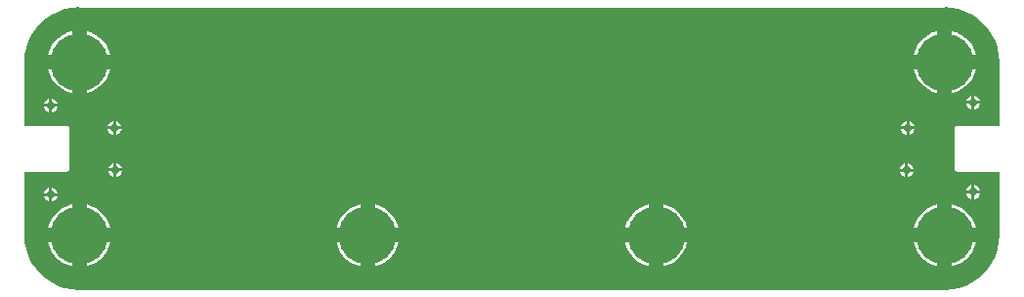
<source format=gbl>
G04*
G04 #@! TF.GenerationSoftware,Altium Limited,Altium Designer,21.4.1 (30)*
G04*
G04 Layer_Physical_Order=2*
G04 Layer_Color=16711680*
%FSLAX25Y25*%
%MOIN*%
G70*
G04*
G04 #@! TF.SameCoordinates,3188A3CB-C3BA-4C27-A4B5-D095F5D5FE6E*
G04*
G04*
G04 #@! TF.FilePolarity,Positive*
G04*
G01*
G75*
%ADD18C,0.19685*%
%ADD19C,0.02756*%
%ADD20C,0.02795*%
G36*
X317400Y97267D02*
X319797Y96790D01*
X322112Y96005D01*
X324304Y94924D01*
X326337Y93565D01*
X328174Y91954D01*
X329786Y90116D01*
X331144Y88084D01*
X332225Y85891D01*
X333011Y83577D01*
X333488Y81179D01*
X333645Y78776D01*
X333638Y78740D01*
Y57067D01*
X319272D01*
X318888Y56990D01*
X318562Y56773D01*
X318344Y56447D01*
X318268Y56063D01*
Y42362D01*
X318344Y41978D01*
X318562Y41653D01*
X318888Y41435D01*
X319272Y41359D01*
X333638D01*
Y19685D01*
X333645Y19650D01*
X333488Y17246D01*
X333011Y14849D01*
X332225Y12534D01*
X331144Y10342D01*
X329786Y8309D01*
X328174Y6471D01*
X326337Y4860D01*
X324304Y3502D01*
X322112Y2421D01*
X319797Y1635D01*
X317400Y1158D01*
X314996Y1001D01*
X314961Y1008D01*
X20184Y1008D01*
X19685Y1008D01*
X19195Y1030D01*
X17246Y1158D01*
X14849Y1635D01*
X12534Y2421D01*
X10342Y3502D01*
X8309Y4860D01*
X6471Y6471D01*
X4860Y8309D01*
X3502Y10342D01*
X2421Y12534D01*
X1635Y14849D01*
X1158Y17246D01*
X1001Y19650D01*
X1008Y19685D01*
Y41359D01*
X15374D01*
X15758Y41435D01*
X16084Y41653D01*
X16301Y41978D01*
X16377Y42362D01*
Y56063D01*
X16301Y56447D01*
X16084Y56773D01*
X15758Y56990D01*
X15374Y57067D01*
X1008D01*
Y78740D01*
X1001Y78776D01*
X1158Y81179D01*
X1635Y83577D01*
X2421Y85891D01*
X3502Y88084D01*
X4860Y90116D01*
X6471Y91954D01*
X8309Y93565D01*
X10342Y94924D01*
X12534Y96005D01*
X14849Y96790D01*
X17246Y97267D01*
X19649Y97425D01*
X19685Y97418D01*
X314961D01*
X314996Y97425D01*
X317400Y97267D01*
D02*
G37*
%LPC*%
G36*
X317461Y89322D02*
Y81240D01*
X325542D01*
X325536Y81279D01*
X325009Y82902D01*
X324234Y84423D01*
X323231Y85804D01*
X322024Y87010D01*
X320643Y88013D01*
X319123Y88788D01*
X317500Y89316D01*
X317461Y89322D01*
D02*
G37*
G36*
X312461D02*
X312422Y89316D01*
X310799Y88788D01*
X309278Y88013D01*
X307897Y87010D01*
X306690Y85804D01*
X305687Y84423D01*
X304912Y82902D01*
X304385Y81279D01*
X304379Y81240D01*
X312461D01*
Y89322D01*
D02*
G37*
G36*
X22185D02*
Y81240D01*
X30267D01*
X30261Y81279D01*
X29733Y82902D01*
X28958Y84423D01*
X27955Y85804D01*
X26748Y87010D01*
X25368Y88013D01*
X23847Y88788D01*
X22224Y89316D01*
X22185Y89322D01*
D02*
G37*
G36*
X17185D02*
X17146Y89316D01*
X15523Y88788D01*
X14002Y88013D01*
X12622Y87010D01*
X11415Y85804D01*
X10412Y84423D01*
X9637Y82902D01*
X9110Y81279D01*
X9103Y81240D01*
X17185D01*
Y89322D01*
D02*
G37*
G36*
X325542Y76240D02*
X317461D01*
Y68159D01*
X317500Y68165D01*
X319123Y68692D01*
X320643Y69467D01*
X322024Y70470D01*
X323231Y71677D01*
X324234Y73057D01*
X325009Y74578D01*
X325536Y76201D01*
X325542Y76240D01*
D02*
G37*
G36*
X312461D02*
X304379D01*
X304385Y76201D01*
X304912Y74578D01*
X305687Y73057D01*
X306690Y71677D01*
X307897Y70470D01*
X309278Y69467D01*
X310799Y68692D01*
X312422Y68165D01*
X312461Y68159D01*
Y76240D01*
D02*
G37*
G36*
X30267D02*
X22185D01*
Y68159D01*
X22224Y68165D01*
X23847Y68692D01*
X25368Y69467D01*
X26748Y70470D01*
X27955Y71677D01*
X28958Y73057D01*
X29733Y74578D01*
X30261Y76201D01*
X30267Y76240D01*
D02*
G37*
G36*
X17185D02*
X9103D01*
X9110Y76201D01*
X9637Y74578D01*
X10412Y73057D01*
X11415Y71677D01*
X12622Y70470D01*
X14002Y69467D01*
X15523Y68692D01*
X17146Y68165D01*
X17185Y68159D01*
Y76240D01*
D02*
G37*
G36*
X325146Y67292D02*
Y65425D01*
X327012D01*
X326662Y66272D01*
X325993Y66941D01*
X325146Y67292D01*
D02*
G37*
G36*
X324146D02*
X323299Y66941D01*
X322630Y66272D01*
X322279Y65425D01*
X324146D01*
Y67292D01*
D02*
G37*
G36*
X10500Y66367D02*
Y64500D01*
X12367D01*
X12016Y65347D01*
X11347Y66016D01*
X10500Y66367D01*
D02*
G37*
G36*
X9500D02*
X8653Y66016D01*
X7984Y65347D01*
X7633Y64500D01*
X9500D01*
Y66367D01*
D02*
G37*
G36*
X327012Y64425D02*
X325146D01*
Y62558D01*
X325993Y62909D01*
X326662Y63578D01*
X327012Y64425D01*
D02*
G37*
G36*
X324146D02*
X322279D01*
X322630Y63578D01*
X323299Y62909D01*
X324146Y62558D01*
Y64425D01*
D02*
G37*
G36*
X12367Y63500D02*
X10500D01*
Y61633D01*
X11347Y61984D01*
X12016Y62653D01*
X12367Y63500D01*
D02*
G37*
G36*
X9500D02*
X7633D01*
X7984Y62653D01*
X8653Y61984D01*
X9500Y61633D01*
Y63500D01*
D02*
G37*
G36*
X32299Y58687D02*
Y56799D01*
X34187D01*
X33832Y57657D01*
X33157Y58332D01*
X32299Y58687D01*
D02*
G37*
G36*
X31299D02*
X30441Y58332D01*
X29767Y57657D01*
X29411Y56799D01*
X31299D01*
Y58687D01*
D02*
G37*
G36*
X302868Y58654D02*
Y56788D01*
X304735D01*
X304384Y57635D01*
X303715Y58303D01*
X302868Y58654D01*
D02*
G37*
G36*
X301868D02*
X301021Y58303D01*
X300353Y57635D01*
X300002Y56788D01*
X301868D01*
Y58654D01*
D02*
G37*
G36*
X304735Y55788D02*
X302868D01*
Y53921D01*
X303715Y54272D01*
X304384Y54941D01*
X304735Y55788D01*
D02*
G37*
G36*
X301868D02*
X300002D01*
X300353Y54941D01*
X301021Y54272D01*
X301868Y53921D01*
Y55788D01*
D02*
G37*
G36*
X34187Y55799D02*
X32299D01*
Y53911D01*
X33157Y54267D01*
X33832Y54941D01*
X34187Y55799D01*
D02*
G37*
G36*
X31299D02*
X29411D01*
X29767Y54941D01*
X30441Y54267D01*
X31299Y53911D01*
Y55799D01*
D02*
G37*
G36*
X32500Y44367D02*
Y42500D01*
X34367D01*
X34016Y43347D01*
X33347Y44016D01*
X32500Y44367D01*
D02*
G37*
G36*
X31500D02*
X30653Y44016D01*
X29984Y43347D01*
X29633Y42500D01*
X31500D01*
Y44367D01*
D02*
G37*
G36*
X302410Y44199D02*
Y42332D01*
X304276D01*
X303925Y43179D01*
X303257Y43848D01*
X302410Y44199D01*
D02*
G37*
G36*
X301410D02*
X300563Y43848D01*
X299894Y43179D01*
X299543Y42332D01*
X301410D01*
Y44199D01*
D02*
G37*
G36*
X34367Y41500D02*
X32500D01*
Y39633D01*
X33347Y39984D01*
X34016Y40653D01*
X34367Y41500D01*
D02*
G37*
G36*
X31500D02*
X29633D01*
X29984Y40653D01*
X30653Y39984D01*
X31500Y39633D01*
Y41500D01*
D02*
G37*
G36*
X304276Y41332D02*
X302410D01*
Y39465D01*
X303257Y39816D01*
X303925Y40485D01*
X304276Y41332D01*
D02*
G37*
G36*
X301410D02*
X299543D01*
X299894Y40485D01*
X300563Y39816D01*
X301410Y39465D01*
Y41332D01*
D02*
G37*
G36*
X325146Y36792D02*
Y34925D01*
X327012D01*
X326662Y35772D01*
X325993Y36441D01*
X325146Y36792D01*
D02*
G37*
G36*
X324146D02*
X323299Y36441D01*
X322630Y35772D01*
X322279Y34925D01*
X324146D01*
Y36792D01*
D02*
G37*
G36*
X10500Y35867D02*
Y34000D01*
X12367D01*
X12016Y34847D01*
X11347Y35516D01*
X10500Y35867D01*
D02*
G37*
G36*
X9500D02*
X8653Y35516D01*
X7984Y34847D01*
X7633Y34000D01*
X9500D01*
Y35867D01*
D02*
G37*
G36*
X327012Y33925D02*
X325146D01*
Y32058D01*
X325993Y32409D01*
X326662Y33078D01*
X327012Y33925D01*
D02*
G37*
G36*
X324146D02*
X322279D01*
X322630Y33078D01*
X323299Y32409D01*
X324146Y32058D01*
Y33925D01*
D02*
G37*
G36*
X12367Y33000D02*
X10500D01*
Y31133D01*
X11347Y31484D01*
X12016Y32153D01*
X12367Y33000D01*
D02*
G37*
G36*
X9500D02*
X7633D01*
X7984Y32153D01*
X8653Y31484D01*
X9500Y31133D01*
Y33000D01*
D02*
G37*
G36*
X317461Y30267D02*
Y22185D01*
X325542D01*
X325536Y22224D01*
X325009Y23847D01*
X324234Y25368D01*
X323231Y26748D01*
X322024Y27955D01*
X320643Y28958D01*
X319123Y29733D01*
X317500Y30261D01*
X317461Y30267D01*
D02*
G37*
G36*
X312461D02*
X312422Y30261D01*
X310799Y29733D01*
X309278Y28958D01*
X307897Y27955D01*
X306690Y26748D01*
X305687Y25368D01*
X304912Y23847D01*
X304385Y22224D01*
X304379Y22185D01*
X312461D01*
Y30267D01*
D02*
G37*
G36*
X219035D02*
Y22185D01*
X227117D01*
X227111Y22224D01*
X226584Y23847D01*
X225809Y25368D01*
X224806Y26748D01*
X223599Y27955D01*
X222218Y28958D01*
X220697Y29733D01*
X219074Y30261D01*
X219035Y30267D01*
D02*
G37*
G36*
X214035D02*
X213997Y30261D01*
X212373Y29733D01*
X210853Y28958D01*
X209472Y27955D01*
X208265Y26748D01*
X207262Y25368D01*
X206487Y23847D01*
X205960Y22224D01*
X205954Y22185D01*
X214035D01*
Y30267D01*
D02*
G37*
G36*
X120610D02*
Y22185D01*
X128692D01*
X128686Y22224D01*
X128158Y23847D01*
X127384Y25368D01*
X126380Y26748D01*
X125174Y27955D01*
X123793Y28958D01*
X122272Y29733D01*
X120649Y30261D01*
X120610Y30267D01*
D02*
G37*
G36*
X115610D02*
X115571Y30261D01*
X113948Y29733D01*
X112427Y28958D01*
X111047Y27955D01*
X109840Y26748D01*
X108837Y25368D01*
X108062Y23847D01*
X107535Y22224D01*
X107528Y22185D01*
X115610D01*
Y30267D01*
D02*
G37*
G36*
X22185D02*
Y22185D01*
X30267D01*
X30261Y22224D01*
X29733Y23847D01*
X28958Y25368D01*
X27955Y26748D01*
X26748Y27955D01*
X25368Y28958D01*
X23847Y29733D01*
X22224Y30261D01*
X22185Y30267D01*
D02*
G37*
G36*
X17185D02*
X17146Y30261D01*
X15523Y29733D01*
X14002Y28958D01*
X12622Y27955D01*
X11415Y26748D01*
X10412Y25368D01*
X9637Y23847D01*
X9110Y22224D01*
X9103Y22185D01*
X17185D01*
Y30267D01*
D02*
G37*
G36*
X325542Y17185D02*
X317461D01*
Y9103D01*
X317500Y9110D01*
X319123Y9637D01*
X320643Y10412D01*
X322024Y11415D01*
X323231Y12622D01*
X324234Y14002D01*
X325009Y15523D01*
X325536Y17146D01*
X325542Y17185D01*
D02*
G37*
G36*
X312461D02*
X304379D01*
X304385Y17146D01*
X304912Y15523D01*
X305687Y14002D01*
X306690Y12622D01*
X307897Y11415D01*
X309278Y10412D01*
X310799Y9637D01*
X312422Y9110D01*
X312461Y9103D01*
Y17185D01*
D02*
G37*
G36*
X227117D02*
X219035D01*
Y9103D01*
X219074Y9110D01*
X220697Y9637D01*
X222218Y10412D01*
X223599Y11415D01*
X224806Y12622D01*
X225809Y14002D01*
X226584Y15523D01*
X227111Y17146D01*
X227117Y17185D01*
D02*
G37*
G36*
X214035D02*
X205954D01*
X205960Y17146D01*
X206487Y15523D01*
X207262Y14002D01*
X208265Y12622D01*
X209472Y11415D01*
X210853Y10412D01*
X212373Y9637D01*
X213997Y9110D01*
X214035Y9103D01*
Y17185D01*
D02*
G37*
G36*
X128692D02*
X120610D01*
Y9103D01*
X120649Y9110D01*
X122272Y9637D01*
X123793Y10412D01*
X125174Y11415D01*
X126380Y12622D01*
X127384Y14002D01*
X128158Y15523D01*
X128686Y17146D01*
X128692Y17185D01*
D02*
G37*
G36*
X115610D02*
X107528D01*
X107535Y17146D01*
X108062Y15523D01*
X108837Y14002D01*
X109840Y12622D01*
X111047Y11415D01*
X112427Y10412D01*
X113948Y9637D01*
X115571Y9110D01*
X115610Y9103D01*
Y17185D01*
D02*
G37*
G36*
X30267D02*
X22185D01*
Y9103D01*
X22224Y9110D01*
X23847Y9637D01*
X25368Y10412D01*
X26748Y11415D01*
X27955Y12622D01*
X28958Y14002D01*
X29733Y15523D01*
X30261Y17146D01*
X30267Y17185D01*
D02*
G37*
G36*
X17185D02*
X9103D01*
X9110Y17146D01*
X9637Y15523D01*
X10412Y14002D01*
X11415Y12622D01*
X12622Y11415D01*
X14002Y10412D01*
X15523Y9637D01*
X17146Y9110D01*
X17185Y9103D01*
Y17185D01*
D02*
G37*
%LPD*%
D18*
X19685Y78740D02*
D03*
X314961D02*
D03*
Y19685D02*
D03*
X216535D02*
D03*
X118110D02*
D03*
X19685D02*
D03*
D19*
X301909Y41832D02*
D03*
X302368Y56288D02*
D03*
X32000Y42000D02*
D03*
X324646Y34425D02*
D03*
Y64925D02*
D03*
X10000Y33500D02*
D03*
Y64000D02*
D03*
D20*
X31799Y56299D02*
D03*
M02*

</source>
